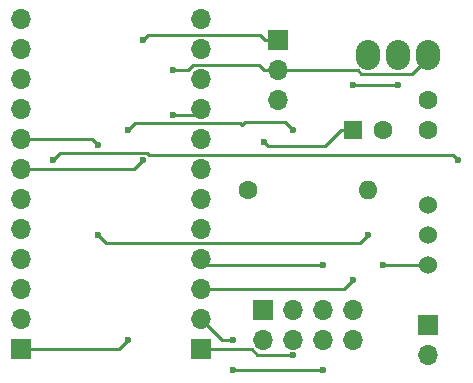
<source format=gbl>
G04 #@! TF.FileFunction,Copper,L2,Bot,Signal*
%FSLAX46Y46*%
G04 Gerber Fmt 4.6, Leading zero omitted, Abs format (unit mm)*
G04 Created by KiCad (PCBNEW 4.0.5) date 02/05/17 19:02:15*
%MOMM*%
%LPD*%
G01*
G04 APERTURE LIST*
%ADD10C,0.100000*%
%ADD11C,1.600000*%
%ADD12R,1.600000X1.600000*%
%ADD13R,1.700000X1.700000*%
%ADD14O,1.700000X1.700000*%
%ADD15O,1.600000X1.600000*%
%ADD16C,1.524000*%
%ADD17O,2.032000X2.540000*%
%ADD18C,0.600000*%
%ADD19C,0.250000*%
G04 APERTURE END LIST*
D10*
D11*
X222250000Y-130810000D03*
X222250000Y-133310000D03*
D12*
X215900000Y-133350000D03*
D11*
X218400000Y-133350000D03*
D13*
X187813333Y-151895000D03*
D14*
X187813333Y-149355000D03*
X187813333Y-146815000D03*
X187813333Y-144275000D03*
X187813333Y-141735000D03*
X187813333Y-139195000D03*
X187813333Y-136655000D03*
X187813333Y-134115000D03*
X187813333Y-131575000D03*
X187813333Y-129035000D03*
X187813333Y-126495000D03*
X187813333Y-123955000D03*
D13*
X208280000Y-148590000D03*
D14*
X208280000Y-151130000D03*
X210820000Y-148590000D03*
X210820000Y-151130000D03*
X213360000Y-148590000D03*
X213360000Y-151130000D03*
X215900000Y-148590000D03*
X215900000Y-151130000D03*
D13*
X209550000Y-125730000D03*
D14*
X209550000Y-128270000D03*
X209550000Y-130810000D03*
D13*
X203053333Y-151895000D03*
D14*
X203053333Y-149355000D03*
X203053333Y-146815000D03*
X203053333Y-144275000D03*
X203053333Y-141735000D03*
X203053333Y-139195000D03*
X203053333Y-136655000D03*
X203053333Y-134115000D03*
X203053333Y-131575000D03*
X203053333Y-129035000D03*
X203053333Y-126495000D03*
X203053333Y-123955000D03*
D11*
X207010000Y-138430000D03*
D15*
X217170000Y-138430000D03*
D16*
X222250000Y-142240000D03*
X222250000Y-139700000D03*
X222250000Y-144780000D03*
D17*
X219710000Y-127000000D03*
X222250000Y-127000000D03*
X217170000Y-127000000D03*
D13*
X222250000Y-149860000D03*
D14*
X222250000Y-152400000D03*
D18*
X200660000Y-132080000D03*
X200660000Y-128270000D03*
X200660000Y-128270000D03*
X208370210Y-134347636D03*
X219710000Y-129540000D03*
X215900000Y-129540000D03*
X207010000Y-138430000D03*
X196850000Y-133350000D03*
X196850000Y-151130000D03*
X210820000Y-133350000D03*
X187813333Y-139195000D03*
X190500000Y-135890000D03*
X224790000Y-135890000D03*
X198120000Y-125730000D03*
X198120000Y-135890000D03*
X194310000Y-142240000D03*
X194310000Y-134620000D03*
X217170000Y-142240000D03*
X210820000Y-152400000D03*
X213360000Y-144780000D03*
X213360000Y-153670000D03*
X205740000Y-153670000D03*
X205740000Y-151130000D03*
X215900000Y-146050000D03*
X218440000Y-144780000D03*
D19*
X200660000Y-132080000D02*
X202548333Y-132080000D01*
X202548333Y-132080000D02*
X202735128Y-131893205D01*
X200660000Y-128270000D02*
X201930000Y-128270000D01*
X201930000Y-128270000D02*
X202340001Y-127859999D01*
X209550000Y-128270000D02*
X216289526Y-128270000D01*
X220908990Y-128595010D02*
X222250000Y-127254000D01*
X216289526Y-128270000D02*
X216614536Y-128595010D01*
X216614536Y-128595010D02*
X220908990Y-128595010D01*
X222250000Y-127254000D02*
X222250000Y-127000000D01*
X202340001Y-127859999D02*
X207937918Y-127859999D01*
X207937918Y-127859999D02*
X208347919Y-128270000D01*
X208347919Y-128270000D02*
X209550000Y-128270000D01*
X214850000Y-133350000D02*
X213552365Y-134647635D01*
X215900000Y-133350000D02*
X214850000Y-133350000D01*
X213552365Y-134647635D02*
X208670209Y-134647635D01*
X208670209Y-134647635D02*
X208370210Y-134347636D01*
X215900000Y-129540000D02*
X219710000Y-129540000D01*
X196850000Y-133350000D02*
X197449999Y-132750001D01*
X197449999Y-132750001D02*
X206293616Y-132750001D01*
X206293616Y-132750001D02*
X206483614Y-132939999D01*
X187813333Y-151895000D02*
X196085000Y-151895000D01*
X196085000Y-151895000D02*
X196850000Y-151130000D01*
X206748907Y-132674706D02*
X206483614Y-132939999D01*
X210144706Y-132674706D02*
X206748907Y-132674706D01*
X210820000Y-133350000D02*
X210144706Y-132674706D01*
X224790000Y-135890000D02*
X224379999Y-135479999D01*
X224379999Y-135479999D02*
X198635001Y-135479999D01*
X198635001Y-135479999D02*
X198420001Y-135264999D01*
X198420001Y-135264999D02*
X191125001Y-135264999D01*
X191125001Y-135264999D02*
X190500000Y-135890000D01*
X198120000Y-125730000D02*
X198530001Y-125319999D01*
X198530001Y-125319999D02*
X208039999Y-125319999D01*
X208039999Y-125319999D02*
X208450000Y-125730000D01*
X208450000Y-125730000D02*
X209550000Y-125730000D01*
X187813333Y-136655000D02*
X197355000Y-136655000D01*
X197355000Y-136655000D02*
X198120000Y-135890000D01*
X216870001Y-142539999D02*
X217170000Y-142240000D01*
X194310000Y-142240000D02*
X194980001Y-142910001D01*
X194980001Y-142910001D02*
X216499999Y-142910001D01*
X216499999Y-142910001D02*
X216870001Y-142539999D01*
X187813333Y-134115000D02*
X193805000Y-134115000D01*
X193805000Y-134115000D02*
X194310000Y-134620000D01*
X203053333Y-151895000D02*
X207305998Y-151895000D01*
X207810998Y-152400000D02*
X210820000Y-152400000D01*
X207305998Y-151895000D02*
X207810998Y-152400000D01*
X213360000Y-144780000D02*
X203558333Y-144780000D01*
X203558333Y-144780000D02*
X203053333Y-144275000D01*
X205740000Y-153670000D02*
X213360000Y-153670000D01*
X203053333Y-149355000D02*
X204828333Y-151130000D01*
X204828333Y-151130000D02*
X205740000Y-151130000D01*
X203053333Y-146815000D02*
X215135000Y-146815000D01*
X215135000Y-146815000D02*
X215900000Y-146050000D01*
X222250000Y-144780000D02*
X218440000Y-144780000D01*
M02*

</source>
